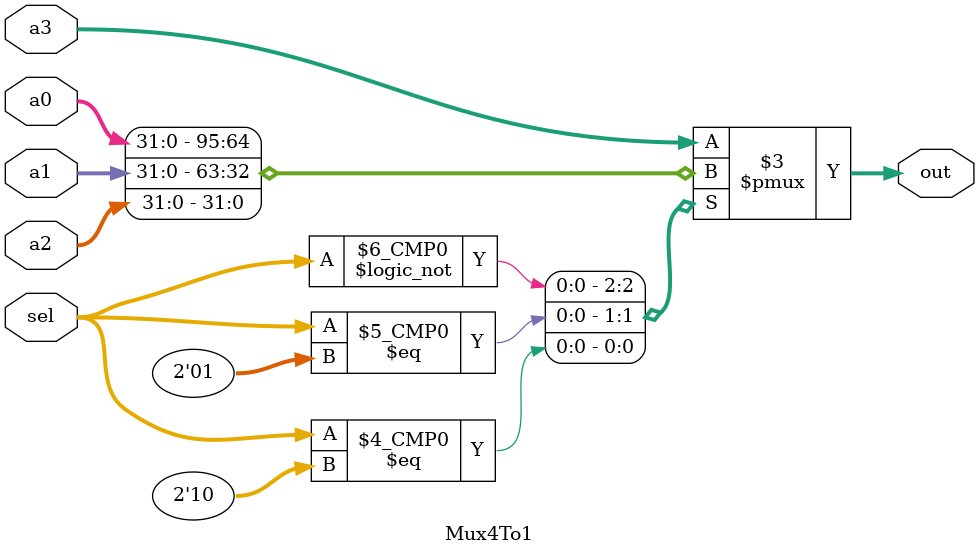
<source format=v>
module Mux4To1 (
    input [31:0] a0,
    input [31:0] a1,
    input [31:0] a2,
    input [31:0] a3,
    input [1:0] sel,
    output reg [31:0] out
);

    always @* begin
        case (sel)
            2'b00: out = a0;
            2'b01: out = a1;
            2'b10: out = a2;
            default: out = a3;
        endcase
    end

endmodule

</source>
